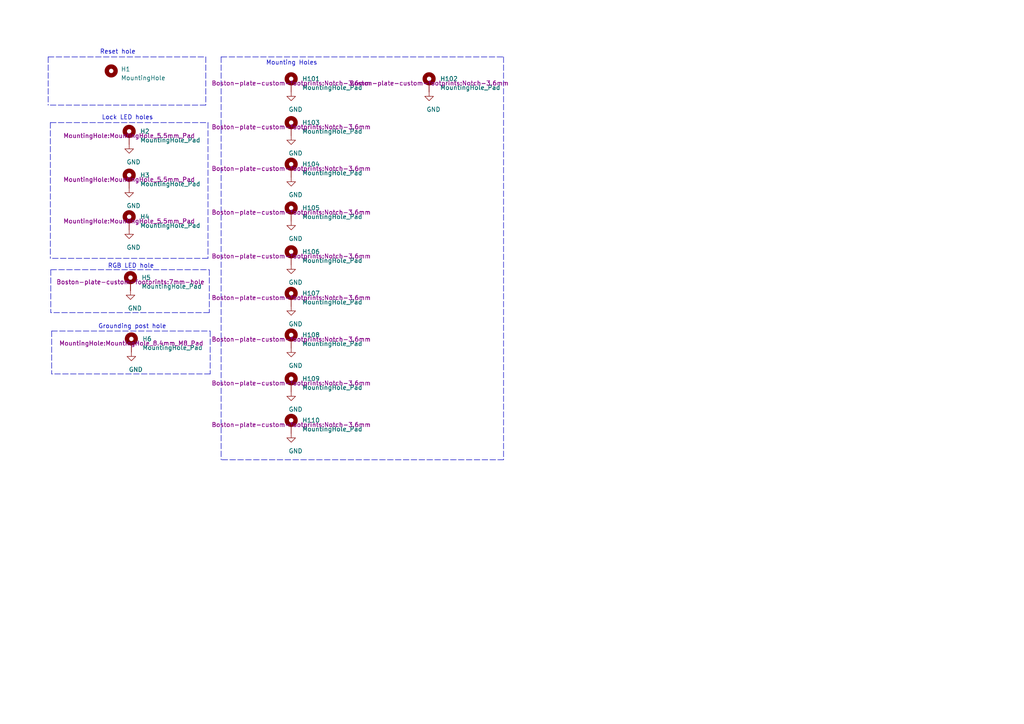
<source format=kicad_sch>
(kicad_sch (version 20210126) (generator eeschema)
  (paper "A4")
  (lib_symbols
    (symbol "Mechanical:MountingHole" (pin_names (offset 1.016))
      (property "Reference" "H" (at 0 5.08 0))
      (property "Value" "MountingHole" (at 0 3.175 0))
      (symbol "MountingHole_0_1"
        (circle (center 0 0) (radius 1.27) (stroke (width 1.27)))
      )
    )
    (symbol "Mechanical:MountingHole_Pad" (pin_numbers hide) (pin_names (offset 1.016) hide)
      (property "Reference" "H" (at 0 6.35 0))
      (property "Value" "MountingHole_Pad" (at 0 4.445 0))
      (symbol "MountingHole_Pad_0_1"
        (circle (center 0 1.27) (radius 1.27) (stroke (width 1.27)))
      )
      (symbol "MountingHole_Pad_1_1"
        (pin input line (at 0 -2.54 90) (length 2.54) (name "1") (number "1"))
      )
    )
    (symbol "power:GND" (power) (pin_names (offset 0))
      (property "Value" "GND" (at 0 -3.81 0))
      (symbol "GND_0_1"
        (polyline (pts (xy 0 0) (xy 0 -1.27) (xy 1.27 -1.27) (xy 0 -2.54) (xy -1.27 -1.27) (xy 0 -1.27)))
      )
      (symbol "GND_1_1"
        (pin power_in line (at 0 0 270) (length 0) hide (name "GND") (number "1"))
      )
    )
  )
  (polyline (pts (xy 13.97 16.51) (xy 13.97 30.48)) (stroke (width 0) (type dash)))
  (polyline (pts (xy 13.97 16.51) (xy 59.69 16.51)) (stroke (width 0) (type dash)))
  (polyline (pts (xy 14.605 35.56) (xy 14.605 74.93)) (stroke (width 0) (type dash)))
  (polyline (pts (xy 14.605 35.56) (xy 60.325 35.56)) (stroke (width 0) (type dash)))
  (polyline (pts (xy 14.732 78.232) (xy 14.732 90.678)) (stroke (width 0) (type dash)))
  (polyline (pts (xy 14.732 78.232) (xy 60.706 78.232)) (stroke (width 0) (type dash)))
  (polyline (pts (xy 14.986 96.012) (xy 14.986 108.458)) (stroke (width 0) (type dash)))
  (polyline (pts (xy 14.986 96.012) (xy 60.96 96.012)) (stroke (width 0) (type dash)))
  (polyline (pts (xy 59.69 16.51) (xy 59.69 30.48)) (stroke (width 0) (type dash)))
  (polyline (pts (xy 59.69 30.48) (xy 13.97 30.48)) (stroke (width 0) (type dash)))
  (polyline (pts (xy 60.325 35.56) (xy 60.325 74.93)) (stroke (width 0) (type dash)))
  (polyline (pts (xy 60.325 74.93) (xy 14.605 74.93)) (stroke (width 0) (type dash)))
  (polyline (pts (xy 60.706 78.232) (xy 60.706 90.678)) (stroke (width 0) (type dash)))
  (polyline (pts (xy 60.706 90.678) (xy 14.732 90.678)) (stroke (width 0) (type dash)))
  (polyline (pts (xy 60.96 96.012) (xy 60.96 108.458)) (stroke (width 0) (type dash)))
  (polyline (pts (xy 60.96 108.458) (xy 14.986 108.458)) (stroke (width 0) (type dash)))
  (polyline (pts (xy 64.135 16.51) (xy 64.135 133.35)) (stroke (width 0) (type dash)))
  (polyline (pts (xy 64.135 16.51) (xy 146.05 16.51)) (stroke (width 0) (type dash)))
  (polyline (pts (xy 146.05 16.51) (xy 146.05 133.35)) (stroke (width 0) (type dash)))
  (polyline (pts (xy 146.05 133.35) (xy 64.135 133.35)) (stroke (width 0) (type dash)))
  (text "Reset hole" (at 39.37 15.875 180) (effects (font (size 1.27 1.27)) (justify right bottom)))
  (text "Lock LED holes" (at 44.45 34.925 180) (effects (font (size 1.27 1.27)) (justify right bottom)))
  (text "RGB LED hole" (at 44.704 77.978 180) (effects (font (size 1.27 1.27)) (justify right bottom)))
  (text "Grounding post hole" (at 48.26 95.504 180) (effects (font (size 1.27 1.27)) (justify right bottom)))
  (text "Mounting Holes" (at 92.075 19.05 180) (effects (font (size 1.27 1.27)) (justify right bottom)))
  (symbol (lib_id "power:GND") (at 37.465 41.91 0) (unit 1)
    (property "Reference" "#PWR0104" (effects hide))
    (property "Value" "GND" (at 38.735 46.99 0))
  )
  (symbol (lib_id "power:GND") (at 37.465 54.61 0) (unit 1)
    (property "Reference" "#PWR0102" (effects hide))
    (property "Value" "GND" (at 38.735 59.69 0))
  )
  (symbol (lib_id "power:GND") (at 37.465 66.675 0) (unit 1)
    (property "Reference" "#PWR0103" (effects hide))
    (property "Value" "GND" (at 38.735 71.755 0))
  )
  (symbol (lib_id "power:GND") (at 37.846 84.328 0) (unit 1)
    (property "Reference" "#PWR01" (effects hide))
    (property "Value" "GND" (at 39.116 89.408 0))
  )
  (symbol (lib_id "power:GND") (at 38.1 102.108 0) (unit 1)
    (property "Reference" "#PWR0101" (effects hide))
    (property "Value" "GND" (at 39.37 107.188 0))
  )
  (symbol (lib_id "power:GND") (at 84.455 26.67 0) (unit 1)
    (property "Reference" "#PWR0105" (effects hide))
    (property "Value" "GND" (at 85.725 31.75 0))
  )
  (symbol (lib_id "power:GND") (at 84.455 39.37 0) (unit 1)
    (property "Reference" "#PWR0106" (effects hide))
    (property "Value" "GND" (at 85.725 44.45 0))
  )
  (symbol (lib_id "power:GND") (at 84.455 51.435 0) (unit 1)
    (property "Reference" "#PWR0107" (effects hide))
    (property "Value" "GND" (at 85.725 56.515 0))
  )
  (symbol (lib_id "power:GND") (at 84.455 64.135 0) (unit 1)
    (property "Reference" "#PWR0108" (effects hide))
    (property "Value" "GND" (at 85.725 69.215 0))
  )
  (symbol (lib_id "power:GND") (at 84.455 76.835 0) (unit 1)
    (property "Reference" "#PWR0109" (effects hide))
    (property "Value" "GND" (at 85.725 81.915 0))
  )
  (symbol (lib_id "power:GND") (at 84.455 88.9 0) (unit 1)
    (property "Reference" "#PWR0110" (effects hide))
    (property "Value" "GND" (at 85.725 93.98 0))
  )
  (symbol (lib_id "power:GND") (at 84.455 100.965 0) (unit 1)
    (property "Reference" "#PWR0111" (effects hide))
    (property "Value" "GND" (at 85.725 106.045 0))
  )
  (symbol (lib_id "power:GND") (at 84.455 113.665 0) (unit 1)
    (property "Reference" "#PWR0112" (effects hide))
    (property "Value" "GND" (at 85.725 118.745 0))
  )
  (symbol (lib_id "power:GND") (at 84.455 125.73 0) (unit 1)
    (property "Reference" "#PWR0113" (effects hide))
    (property "Value" "GND" (at 85.725 130.81 0))
  )
  (symbol (lib_id "power:GND") (at 124.46 26.67 0) (unit 1)
    (property "Reference" "#PWR0114" (effects hide))
    (property "Value" "GND" (at 125.73 31.75 0))
  )
  (symbol (lib_id "Mechanical:MountingHole") (at 32.258 20.574 0) (unit 1)
    (property "Reference" "H1" (at 35.052 20.066 0) (effects (justify left)))
    (property "Value" "MountingHole" (at 35.052 22.606 0) (effects (justify left)))
    (property "Footprint" "Boston-plate-custom-footprints:6x6-Tact-switch-opening" (effects hide))
  )
  (symbol (lib_id "Mechanical:MountingHole_Pad") (at 37.465 39.37 0) (unit 1)
    (property "Reference" "H2" (at 40.64 38.1 0) (effects (justify left)))
    (property "Value" "MountingHole_Pad" (at 40.64 40.64 0) (effects (justify left)))
    (property "Footprint" "MountingHole:MountingHole_5.5mm_Pad" (at 37.465 39.37 0))
  )
  (symbol (lib_id "Mechanical:MountingHole_Pad") (at 37.465 52.07 0) (unit 1)
    (property "Reference" "H3" (at 40.64 50.8 0) (effects (justify left)))
    (property "Value" "MountingHole_Pad" (at 40.64 53.34 0) (effects (justify left)))
    (property "Footprint" "MountingHole:MountingHole_5.5mm_Pad" (at 37.465 52.07 0))
  )
  (symbol (lib_id "Mechanical:MountingHole_Pad") (at 37.465 64.135 0) (unit 1)
    (property "Reference" "H4" (at 40.64 62.865 0) (effects (justify left)))
    (property "Value" "MountingHole_Pad" (at 40.64 65.405 0) (effects (justify left)))
    (property "Footprint" "MountingHole:MountingHole_5.5mm_Pad" (at 37.465 64.135 0))
  )
  (symbol (lib_id "Mechanical:MountingHole_Pad") (at 37.846 81.788 0) (unit 1)
    (property "Reference" "H5" (at 41.021 80.518 0) (effects (justify left)))
    (property "Value" "MountingHole_Pad" (at 41.021 83.058 0) (effects (justify left)))
    (property "Footprint" "Boston-plate-custom-footprints:7mm-hole" (at 37.846 81.788 0))
  )
  (symbol (lib_id "Mechanical:MountingHole_Pad") (at 38.1 99.568 0) (unit 1)
    (property "Reference" "H6" (at 41.275 98.298 0) (effects (justify left)))
    (property "Value" "MountingHole_Pad" (at 41.275 100.838 0) (effects (justify left)))
    (property "Footprint" "MountingHole:MountingHole_8.4mm_M8_Pad" (at 38.1 99.568 0))
  )
  (symbol (lib_id "Mechanical:MountingHole_Pad") (at 84.455 24.13 0) (unit 1)
    (property "Reference" "H101" (at 87.63 22.86 0) (effects (justify left)))
    (property "Value" "MountingHole_Pad" (at 87.63 25.4 0) (effects (justify left)))
    (property "Footprint" "Boston-plate-custom-footprints:Notch-3.6mm" (at 84.455 24.13 0))
  )
  (symbol (lib_id "Mechanical:MountingHole_Pad") (at 84.455 36.83 0) (unit 1)
    (property "Reference" "H103" (at 87.63 35.56 0) (effects (justify left)))
    (property "Value" "MountingHole_Pad" (at 87.63 38.1 0) (effects (justify left)))
    (property "Footprint" "Boston-plate-custom-footprints:Notch-3.6mm" (at 84.455 36.83 0))
  )
  (symbol (lib_id "Mechanical:MountingHole_Pad") (at 84.455 48.895 0) (unit 1)
    (property "Reference" "H104" (at 87.63 47.625 0) (effects (justify left)))
    (property "Value" "MountingHole_Pad" (at 87.63 50.165 0) (effects (justify left)))
    (property "Footprint" "Boston-plate-custom-footprints:Notch-3.6mm" (at 84.455 48.895 0))
  )
  (symbol (lib_id "Mechanical:MountingHole_Pad") (at 84.455 61.595 0) (unit 1)
    (property "Reference" "H105" (at 87.63 60.325 0) (effects (justify left)))
    (property "Value" "MountingHole_Pad" (at 87.63 62.865 0) (effects (justify left)))
    (property "Footprint" "Boston-plate-custom-footprints:Notch-3.6mm" (at 84.455 61.595 0))
  )
  (symbol (lib_id "Mechanical:MountingHole_Pad") (at 84.455 74.295 0) (unit 1)
    (property "Reference" "H106" (at 87.63 73.025 0) (effects (justify left)))
    (property "Value" "MountingHole_Pad" (at 87.63 75.565 0) (effects (justify left)))
    (property "Footprint" "Boston-plate-custom-footprints:Notch-3.6mm" (at 84.455 74.295 0))
  )
  (symbol (lib_id "Mechanical:MountingHole_Pad") (at 84.455 86.36 0) (unit 1)
    (property "Reference" "H107" (at 87.63 85.09 0) (effects (justify left)))
    (property "Value" "MountingHole_Pad" (at 87.63 87.63 0) (effects (justify left)))
    (property "Footprint" "Boston-plate-custom-footprints:Notch-3.6mm" (at 84.455 86.36 0))
  )
  (symbol (lib_id "Mechanical:MountingHole_Pad") (at 84.455 98.425 0) (unit 1)
    (property "Reference" "H108" (at 87.63 97.155 0) (effects (justify left)))
    (property "Value" "MountingHole_Pad" (at 87.63 99.695 0) (effects (justify left)))
    (property "Footprint" "Boston-plate-custom-footprints:Notch-3.6mm" (at 84.455 98.425 0))
  )
  (symbol (lib_id "Mechanical:MountingHole_Pad") (at 84.455 111.125 0) (unit 1)
    (property "Reference" "H109" (at 87.63 109.855 0) (effects (justify left)))
    (property "Value" "MountingHole_Pad" (at 87.63 112.395 0) (effects (justify left)))
    (property "Footprint" "Boston-plate-custom-footprints:Notch-3.6mm" (at 84.455 111.125 0))
  )
  (symbol (lib_id "Mechanical:MountingHole_Pad") (at 84.455 123.19 0) (unit 1)
    (property "Reference" "H110" (at 87.63 121.92 0) (effects (justify left)))
    (property "Value" "MountingHole_Pad" (at 87.63 124.46 0) (effects (justify left)))
    (property "Footprint" "Boston-plate-custom-footprints:Notch-3.6mm" (at 84.455 123.19 0))
  )
  (symbol (lib_id "Mechanical:MountingHole_Pad") (at 124.46 24.13 0) (unit 1)
    (property "Reference" "H102" (at 127.635 22.86 0) (effects (justify left)))
    (property "Value" "MountingHole_Pad" (at 127.635 25.4 0) (effects (justify left)))
    (property "Footprint" "Boston-plate-custom-footprints:Notch-3.6mm" (at 124.46 24.13 0))
  )
)
</source>
